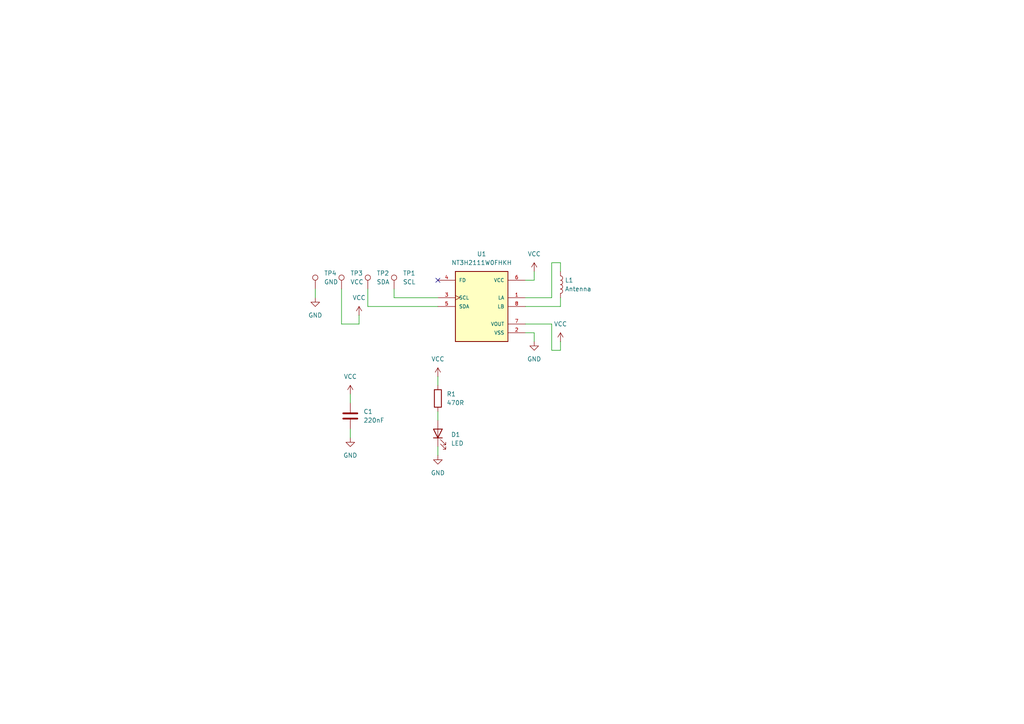
<source format=kicad_sch>
(kicad_sch
	(version 20231120)
	(generator "eeschema")
	(generator_version "8.0")
	(uuid "013da1cc-8fb4-48c7-a2d3-3b704cbddf12")
	(paper "A4")
	(title_block
		(title "BusinessCard")
		(date "October 2024")
		(rev "v1")
	)
	(lib_symbols
		(symbol "Connector:TestPoint"
			(pin_numbers hide)
			(pin_names
				(offset 0.762) hide)
			(exclude_from_sim no)
			(in_bom yes)
			(on_board yes)
			(property "Reference" "TP"
				(at 0 6.858 0)
				(effects
					(font
						(size 1.27 1.27)
					)
				)
			)
			(property "Value" "TestPoint"
				(at 0 5.08 0)
				(effects
					(font
						(size 1.27 1.27)
					)
				)
			)
			(property "Footprint" ""
				(at 5.08 0 0)
				(effects
					(font
						(size 1.27 1.27)
					)
					(hide yes)
				)
			)
			(property "Datasheet" "~"
				(at 5.08 0 0)
				(effects
					(font
						(size 1.27 1.27)
					)
					(hide yes)
				)
			)
			(property "Description" "test point"
				(at 0 0 0)
				(effects
					(font
						(size 1.27 1.27)
					)
					(hide yes)
				)
			)
			(property "ki_keywords" "test point tp"
				(at 0 0 0)
				(effects
					(font
						(size 1.27 1.27)
					)
					(hide yes)
				)
			)
			(property "ki_fp_filters" "Pin* Test*"
				(at 0 0 0)
				(effects
					(font
						(size 1.27 1.27)
					)
					(hide yes)
				)
			)
			(symbol "TestPoint_0_1"
				(circle
					(center 0 3.302)
					(radius 0.762)
					(stroke
						(width 0)
						(type default)
					)
					(fill
						(type none)
					)
				)
			)
			(symbol "TestPoint_1_1"
				(pin passive line
					(at 0 0 90)
					(length 2.54)
					(name "1"
						(effects
							(font
								(size 1.27 1.27)
							)
						)
					)
					(number "1"
						(effects
							(font
								(size 1.27 1.27)
							)
						)
					)
				)
			)
		)
		(symbol "Device:C"
			(pin_numbers hide)
			(pin_names
				(offset 0.254)
			)
			(exclude_from_sim no)
			(in_bom yes)
			(on_board yes)
			(property "Reference" "C"
				(at 0.635 2.54 0)
				(effects
					(font
						(size 1.27 1.27)
					)
					(justify left)
				)
			)
			(property "Value" "C"
				(at 0.635 -2.54 0)
				(effects
					(font
						(size 1.27 1.27)
					)
					(justify left)
				)
			)
			(property "Footprint" ""
				(at 0.9652 -3.81 0)
				(effects
					(font
						(size 1.27 1.27)
					)
					(hide yes)
				)
			)
			(property "Datasheet" "~"
				(at 0 0 0)
				(effects
					(font
						(size 1.27 1.27)
					)
					(hide yes)
				)
			)
			(property "Description" "Unpolarized capacitor"
				(at 0 0 0)
				(effects
					(font
						(size 1.27 1.27)
					)
					(hide yes)
				)
			)
			(property "ki_keywords" "cap capacitor"
				(at 0 0 0)
				(effects
					(font
						(size 1.27 1.27)
					)
					(hide yes)
				)
			)
			(property "ki_fp_filters" "C_*"
				(at 0 0 0)
				(effects
					(font
						(size 1.27 1.27)
					)
					(hide yes)
				)
			)
			(symbol "C_0_1"
				(polyline
					(pts
						(xy -2.032 -0.762) (xy 2.032 -0.762)
					)
					(stroke
						(width 0.508)
						(type default)
					)
					(fill
						(type none)
					)
				)
				(polyline
					(pts
						(xy -2.032 0.762) (xy 2.032 0.762)
					)
					(stroke
						(width 0.508)
						(type default)
					)
					(fill
						(type none)
					)
				)
			)
			(symbol "C_1_1"
				(pin passive line
					(at 0 3.81 270)
					(length 2.794)
					(name "~"
						(effects
							(font
								(size 1.27 1.27)
							)
						)
					)
					(number "1"
						(effects
							(font
								(size 1.27 1.27)
							)
						)
					)
				)
				(pin passive line
					(at 0 -3.81 90)
					(length 2.794)
					(name "~"
						(effects
							(font
								(size 1.27 1.27)
							)
						)
					)
					(number "2"
						(effects
							(font
								(size 1.27 1.27)
							)
						)
					)
				)
			)
		)
		(symbol "Device:L"
			(pin_numbers hide)
			(pin_names
				(offset 1.016) hide)
			(exclude_from_sim no)
			(in_bom yes)
			(on_board yes)
			(property "Reference" "L"
				(at -1.27 0 90)
				(effects
					(font
						(size 1.27 1.27)
					)
				)
			)
			(property "Value" "L"
				(at 1.905 0 90)
				(effects
					(font
						(size 1.27 1.27)
					)
				)
			)
			(property "Footprint" ""
				(at 0 0 0)
				(effects
					(font
						(size 1.27 1.27)
					)
					(hide yes)
				)
			)
			(property "Datasheet" "~"
				(at 0 0 0)
				(effects
					(font
						(size 1.27 1.27)
					)
					(hide yes)
				)
			)
			(property "Description" "Inductor"
				(at 0 0 0)
				(effects
					(font
						(size 1.27 1.27)
					)
					(hide yes)
				)
			)
			(property "ki_keywords" "inductor choke coil reactor magnetic"
				(at 0 0 0)
				(effects
					(font
						(size 1.27 1.27)
					)
					(hide yes)
				)
			)
			(property "ki_fp_filters" "Choke_* *Coil* Inductor_* L_*"
				(at 0 0 0)
				(effects
					(font
						(size 1.27 1.27)
					)
					(hide yes)
				)
			)
			(symbol "L_0_1"
				(arc
					(start 0 -2.54)
					(mid 0.6323 -1.905)
					(end 0 -1.27)
					(stroke
						(width 0)
						(type default)
					)
					(fill
						(type none)
					)
				)
				(arc
					(start 0 -1.27)
					(mid 0.6323 -0.635)
					(end 0 0)
					(stroke
						(width 0)
						(type default)
					)
					(fill
						(type none)
					)
				)
				(arc
					(start 0 0)
					(mid 0.6323 0.635)
					(end 0 1.27)
					(stroke
						(width 0)
						(type default)
					)
					(fill
						(type none)
					)
				)
				(arc
					(start 0 1.27)
					(mid 0.6323 1.905)
					(end 0 2.54)
					(stroke
						(width 0)
						(type default)
					)
					(fill
						(type none)
					)
				)
			)
			(symbol "L_1_1"
				(pin passive line
					(at 0 3.81 270)
					(length 1.27)
					(name "1"
						(effects
							(font
								(size 1.27 1.27)
							)
						)
					)
					(number "1"
						(effects
							(font
								(size 1.27 1.27)
							)
						)
					)
				)
				(pin passive line
					(at 0 -3.81 90)
					(length 1.27)
					(name "2"
						(effects
							(font
								(size 1.27 1.27)
							)
						)
					)
					(number "2"
						(effects
							(font
								(size 1.27 1.27)
							)
						)
					)
				)
			)
		)
		(symbol "Device:LED"
			(pin_numbers hide)
			(pin_names
				(offset 1.016) hide)
			(exclude_from_sim no)
			(in_bom yes)
			(on_board yes)
			(property "Reference" "D"
				(at 0 2.54 0)
				(effects
					(font
						(size 1.27 1.27)
					)
				)
			)
			(property "Value" "LED"
				(at 0 -2.54 0)
				(effects
					(font
						(size 1.27 1.27)
					)
				)
			)
			(property "Footprint" ""
				(at 0 0 0)
				(effects
					(font
						(size 1.27 1.27)
					)
					(hide yes)
				)
			)
			(property "Datasheet" "~"
				(at 0 0 0)
				(effects
					(font
						(size 1.27 1.27)
					)
					(hide yes)
				)
			)
			(property "Description" "Light emitting diode"
				(at 0 0 0)
				(effects
					(font
						(size 1.27 1.27)
					)
					(hide yes)
				)
			)
			(property "ki_keywords" "LED diode"
				(at 0 0 0)
				(effects
					(font
						(size 1.27 1.27)
					)
					(hide yes)
				)
			)
			(property "ki_fp_filters" "LED* LED_SMD:* LED_THT:*"
				(at 0 0 0)
				(effects
					(font
						(size 1.27 1.27)
					)
					(hide yes)
				)
			)
			(symbol "LED_0_1"
				(polyline
					(pts
						(xy -1.27 -1.27) (xy -1.27 1.27)
					)
					(stroke
						(width 0.254)
						(type default)
					)
					(fill
						(type none)
					)
				)
				(polyline
					(pts
						(xy -1.27 0) (xy 1.27 0)
					)
					(stroke
						(width 0)
						(type default)
					)
					(fill
						(type none)
					)
				)
				(polyline
					(pts
						(xy 1.27 -1.27) (xy 1.27 1.27) (xy -1.27 0) (xy 1.27 -1.27)
					)
					(stroke
						(width 0.254)
						(type default)
					)
					(fill
						(type none)
					)
				)
				(polyline
					(pts
						(xy -3.048 -0.762) (xy -4.572 -2.286) (xy -3.81 -2.286) (xy -4.572 -2.286) (xy -4.572 -1.524)
					)
					(stroke
						(width 0)
						(type default)
					)
					(fill
						(type none)
					)
				)
				(polyline
					(pts
						(xy -1.778 -0.762) (xy -3.302 -2.286) (xy -2.54 -2.286) (xy -3.302 -2.286) (xy -3.302 -1.524)
					)
					(stroke
						(width 0)
						(type default)
					)
					(fill
						(type none)
					)
				)
			)
			(symbol "LED_1_1"
				(pin passive line
					(at -3.81 0 0)
					(length 2.54)
					(name "K"
						(effects
							(font
								(size 1.27 1.27)
							)
						)
					)
					(number "1"
						(effects
							(font
								(size 1.27 1.27)
							)
						)
					)
				)
				(pin passive line
					(at 3.81 0 180)
					(length 2.54)
					(name "A"
						(effects
							(font
								(size 1.27 1.27)
							)
						)
					)
					(number "2"
						(effects
							(font
								(size 1.27 1.27)
							)
						)
					)
				)
			)
		)
		(symbol "Device:R"
			(pin_numbers hide)
			(pin_names
				(offset 0)
			)
			(exclude_from_sim no)
			(in_bom yes)
			(on_board yes)
			(property "Reference" "R"
				(at 2.032 0 90)
				(effects
					(font
						(size 1.27 1.27)
					)
				)
			)
			(property "Value" "R"
				(at 0 0 90)
				(effects
					(font
						(size 1.27 1.27)
					)
				)
			)
			(property "Footprint" ""
				(at -1.778 0 90)
				(effects
					(font
						(size 1.27 1.27)
					)
					(hide yes)
				)
			)
			(property "Datasheet" "~"
				(at 0 0 0)
				(effects
					(font
						(size 1.27 1.27)
					)
					(hide yes)
				)
			)
			(property "Description" "Resistor"
				(at 0 0 0)
				(effects
					(font
						(size 1.27 1.27)
					)
					(hide yes)
				)
			)
			(property "ki_keywords" "R res resistor"
				(at 0 0 0)
				(effects
					(font
						(size 1.27 1.27)
					)
					(hide yes)
				)
			)
			(property "ki_fp_filters" "R_*"
				(at 0 0 0)
				(effects
					(font
						(size 1.27 1.27)
					)
					(hide yes)
				)
			)
			(symbol "R_0_1"
				(rectangle
					(start -1.016 -2.54)
					(end 1.016 2.54)
					(stroke
						(width 0.254)
						(type default)
					)
					(fill
						(type none)
					)
				)
			)
			(symbol "R_1_1"
				(pin passive line
					(at 0 3.81 270)
					(length 1.27)
					(name "~"
						(effects
							(font
								(size 1.27 1.27)
							)
						)
					)
					(number "1"
						(effects
							(font
								(size 1.27 1.27)
							)
						)
					)
				)
				(pin passive line
					(at 0 -3.81 90)
					(length 1.27)
					(name "~"
						(effects
							(font
								(size 1.27 1.27)
							)
						)
					)
					(number "2"
						(effects
							(font
								(size 1.27 1.27)
							)
						)
					)
				)
			)
		)
		(symbol "NT3H2111W0FHKH:NT3H2111W0FHKH"
			(pin_names
				(offset 1.016)
			)
			(exclude_from_sim no)
			(in_bom yes)
			(on_board yes)
			(property "Reference" "U"
				(at -7.6233 10.6725 0)
				(effects
					(font
						(size 1.27 1.27)
					)
					(justify left bottom)
				)
			)
			(property "Value" "NT3H2111W0FHKH"
				(at -7.6248 -12.708 0)
				(effects
					(font
						(size 1.27 1.27)
					)
					(justify left bottom)
				)
			)
			(property "Footprint" "NT3H2111W0FHKH:QFN8P50_160X160X50L40X20N"
				(at 0 0 0)
				(effects
					(font
						(size 1.27 1.27)
					)
					(justify bottom)
					(hide yes)
				)
			)
			(property "Datasheet" ""
				(at 0 0 0)
				(effects
					(font
						(size 1.27 1.27)
					)
					(hide yes)
				)
			)
			(property "Description" ""
				(at 0 0 0)
				(effects
					(font
						(size 1.27 1.27)
					)
					(hide yes)
				)
			)
			(property "MF" "NXP USA"
				(at 0 0 0)
				(effects
					(font
						(size 1.27 1.27)
					)
					(justify bottom)
					(hide yes)
				)
			)
			(property "Description_1" "\nRFID Reader/Transponder IC 13.56MHz ISO 14443, NFC I²C 1.67V ~ 3.6V 8-XFQFN Exposed Pad\n"
				(at 0 0 0)
				(effects
					(font
						(size 1.27 1.27)
					)
					(justify bottom)
					(hide yes)
				)
			)
			(property "Package" "XQFN-8 NXP Semiconductors"
				(at 0 0 0)
				(effects
					(font
						(size 1.27 1.27)
					)
					(justify bottom)
					(hide yes)
				)
			)
			(property "Price" "None"
				(at 0 0 0)
				(effects
					(font
						(size 1.27 1.27)
					)
					(justify bottom)
					(hide yes)
				)
			)
			(property "Check_prices" "https://www.snapeda.com/parts/NT3H2111W0FHKH/NXP+USA+Inc./view-part/?ref=eda"
				(at 0 0 0)
				(effects
					(font
						(size 1.27 1.27)
					)
					(justify bottom)
					(hide yes)
				)
			)
			(property "SnapEDA_Link" "https://www.snapeda.com/parts/NT3H2111W0FHKH/NXP+USA+Inc./view-part/?ref=snap"
				(at 0 0 0)
				(effects
					(font
						(size 1.27 1.27)
					)
					(justify bottom)
					(hide yes)
				)
			)
			(property "MP" "NT3H2111W0FHKH"
				(at 0 0 0)
				(effects
					(font
						(size 1.27 1.27)
					)
					(justify bottom)
					(hide yes)
				)
			)
			(property "Purchase-URL" "https://www.snapeda.com/api/url_track_click_mouser/?unipart_id=523723&manufacturer=NXP USA&part_name=NT3H2111W0FHKH&search_term=None"
				(at 0 0 0)
				(effects
					(font
						(size 1.27 1.27)
					)
					(justify bottom)
					(hide yes)
				)
			)
			(property "Availability" "In Stock"
				(at 0 0 0)
				(effects
					(font
						(size 1.27 1.27)
					)
					(justify bottom)
					(hide yes)
				)
			)
			(property "MANUFACTURER" "NXP Semiconductors"
				(at 0 0 0)
				(effects
					(font
						(size 1.27 1.27)
					)
					(justify bottom)
					(hide yes)
				)
			)
			(symbol "NT3H2111W0FHKH_0_0"
				(rectangle
					(start -7.62 -10.16)
					(end 7.62 10.16)
					(stroke
						(width 0.254)
						(type default)
					)
					(fill
						(type background)
					)
				)
				(pin bidirectional line
					(at 12.7 2.54 180)
					(length 5.08)
					(name "LA"
						(effects
							(font
								(size 1.016 1.016)
							)
						)
					)
					(number "1"
						(effects
							(font
								(size 1.016 1.016)
							)
						)
					)
				)
				(pin power_in line
					(at 12.7 -7.62 180)
					(length 5.08)
					(name "VSS"
						(effects
							(font
								(size 1.016 1.016)
							)
						)
					)
					(number "2"
						(effects
							(font
								(size 1.016 1.016)
							)
						)
					)
				)
				(pin input clock
					(at -12.7 2.54 0)
					(length 5.08)
					(name "SCL"
						(effects
							(font
								(size 1.016 1.016)
							)
						)
					)
					(number "3"
						(effects
							(font
								(size 1.016 1.016)
							)
						)
					)
				)
				(pin input line
					(at -12.7 7.62 0)
					(length 5.08)
					(name "FD"
						(effects
							(font
								(size 1.016 1.016)
							)
						)
					)
					(number "4"
						(effects
							(font
								(size 1.016 1.016)
							)
						)
					)
				)
				(pin bidirectional line
					(at -12.7 0 0)
					(length 5.08)
					(name "SDA"
						(effects
							(font
								(size 1.016 1.016)
							)
						)
					)
					(number "5"
						(effects
							(font
								(size 1.016 1.016)
							)
						)
					)
				)
				(pin power_in line
					(at 12.7 7.62 180)
					(length 5.08)
					(name "VCC"
						(effects
							(font
								(size 1.016 1.016)
							)
						)
					)
					(number "6"
						(effects
							(font
								(size 1.016 1.016)
							)
						)
					)
				)
				(pin output line
					(at 12.7 -5.08 180)
					(length 5.08)
					(name "VOUT"
						(effects
							(font
								(size 1.016 1.016)
							)
						)
					)
					(number "7"
						(effects
							(font
								(size 1.016 1.016)
							)
						)
					)
				)
				(pin bidirectional line
					(at 12.7 0 180)
					(length 5.08)
					(name "LB"
						(effects
							(font
								(size 1.016 1.016)
							)
						)
					)
					(number "8"
						(effects
							(font
								(size 1.016 1.016)
							)
						)
					)
				)
			)
		)
		(symbol "power:GND"
			(power)
			(pin_numbers hide)
			(pin_names
				(offset 0) hide)
			(exclude_from_sim no)
			(in_bom yes)
			(on_board yes)
			(property "Reference" "#PWR"
				(at 0 -6.35 0)
				(effects
					(font
						(size 1.27 1.27)
					)
					(hide yes)
				)
			)
			(property "Value" "GND"
				(at 0 -3.81 0)
				(effects
					(font
						(size 1.27 1.27)
					)
				)
			)
			(property "Footprint" ""
				(at 0 0 0)
				(effects
					(font
						(size 1.27 1.27)
					)
					(hide yes)
				)
			)
			(property "Datasheet" ""
				(at 0 0 0)
				(effects
					(font
						(size 1.27 1.27)
					)
					(hide yes)
				)
			)
			(property "Description" "Power symbol creates a global label with name \"GND\" , ground"
				(at 0 0 0)
				(effects
					(font
						(size 1.27 1.27)
					)
					(hide yes)
				)
			)
			(property "ki_keywords" "global power"
				(at 0 0 0)
				(effects
					(font
						(size 1.27 1.27)
					)
					(hide yes)
				)
			)
			(symbol "GND_0_1"
				(polyline
					(pts
						(xy 0 0) (xy 0 -1.27) (xy 1.27 -1.27) (xy 0 -2.54) (xy -1.27 -1.27) (xy 0 -1.27)
					)
					(stroke
						(width 0)
						(type default)
					)
					(fill
						(type none)
					)
				)
			)
			(symbol "GND_1_1"
				(pin power_in line
					(at 0 0 270)
					(length 0)
					(name "~"
						(effects
							(font
								(size 1.27 1.27)
							)
						)
					)
					(number "1"
						(effects
							(font
								(size 1.27 1.27)
							)
						)
					)
				)
			)
		)
		(symbol "power:VCC"
			(power)
			(pin_numbers hide)
			(pin_names
				(offset 0) hide)
			(exclude_from_sim no)
			(in_bom yes)
			(on_board yes)
			(property "Reference" "#PWR"
				(at 0 -3.81 0)
				(effects
					(font
						(size 1.27 1.27)
					)
					(hide yes)
				)
			)
			(property "Value" "VCC"
				(at 0 3.556 0)
				(effects
					(font
						(size 1.27 1.27)
					)
				)
			)
			(property "Footprint" ""
				(at 0 0 0)
				(effects
					(font
						(size 1.27 1.27)
					)
					(hide yes)
				)
			)
			(property "Datasheet" ""
				(at 0 0 0)
				(effects
					(font
						(size 1.27 1.27)
					)
					(hide yes)
				)
			)
			(property "Description" "Power symbol creates a global label with name \"VCC\""
				(at 0 0 0)
				(effects
					(font
						(size 1.27 1.27)
					)
					(hide yes)
				)
			)
			(property "ki_keywords" "global power"
				(at 0 0 0)
				(effects
					(font
						(size 1.27 1.27)
					)
					(hide yes)
				)
			)
			(symbol "VCC_0_1"
				(polyline
					(pts
						(xy -0.762 1.27) (xy 0 2.54)
					)
					(stroke
						(width 0)
						(type default)
					)
					(fill
						(type none)
					)
				)
				(polyline
					(pts
						(xy 0 0) (xy 0 2.54)
					)
					(stroke
						(width 0)
						(type default)
					)
					(fill
						(type none)
					)
				)
				(polyline
					(pts
						(xy 0 2.54) (xy 0.762 1.27)
					)
					(stroke
						(width 0)
						(type default)
					)
					(fill
						(type none)
					)
				)
			)
			(symbol "VCC_1_1"
				(pin power_in line
					(at 0 0 90)
					(length 0)
					(name "~"
						(effects
							(font
								(size 1.27 1.27)
							)
						)
					)
					(number "1"
						(effects
							(font
								(size 1.27 1.27)
							)
						)
					)
				)
			)
		)
	)
	(no_connect
		(at 127 81.28)
		(uuid "f6ae60ab-99d9-4c66-817b-b1b111b2520b")
	)
	(wire
		(pts
			(xy 127 88.9) (xy 106.68 88.9)
		)
		(stroke
			(width 0)
			(type default)
		)
		(uuid "0a79525f-e862-4a3c-b480-30065ce626cf")
	)
	(wire
		(pts
			(xy 160.02 101.6) (xy 162.56 101.6)
		)
		(stroke
			(width 0)
			(type default)
		)
		(uuid "0cd4ed65-7519-4321-a33c-a76587dda4af")
	)
	(wire
		(pts
			(xy 104.14 93.98) (xy 104.14 91.44)
		)
		(stroke
			(width 0)
			(type default)
		)
		(uuid "0e5b9785-e46a-4878-8c5b-ca5af6eb7f56")
	)
	(wire
		(pts
			(xy 154.94 81.28) (xy 154.94 78.74)
		)
		(stroke
			(width 0)
			(type default)
		)
		(uuid "189e2fb4-f506-4af6-beda-d57139f14fba")
	)
	(wire
		(pts
			(xy 152.4 93.98) (xy 160.02 93.98)
		)
		(stroke
			(width 0)
			(type default)
		)
		(uuid "1c97736d-10a0-462c-8b27-7578033faed1")
	)
	(wire
		(pts
			(xy 99.06 93.98) (xy 104.14 93.98)
		)
		(stroke
			(width 0)
			(type default)
		)
		(uuid "20296cf0-ab89-4a15-add8-9d7f50c57b02")
	)
	(wire
		(pts
			(xy 152.4 81.28) (xy 154.94 81.28)
		)
		(stroke
			(width 0)
			(type default)
		)
		(uuid "205f6b75-9991-4c07-9149-99b302b967dd")
	)
	(wire
		(pts
			(xy 160.02 86.36) (xy 160.02 76.2)
		)
		(stroke
			(width 0)
			(type default)
		)
		(uuid "20698a5d-9b4b-4ebd-907b-1099c52966bf")
	)
	(wire
		(pts
			(xy 101.6 124.46) (xy 101.6 127)
		)
		(stroke
			(width 0)
			(type default)
		)
		(uuid "25fa4bcb-b7b1-4eb9-9e2e-2383d9180c0f")
	)
	(wire
		(pts
			(xy 91.44 83.82) (xy 91.44 86.36)
		)
		(stroke
			(width 0)
			(type default)
		)
		(uuid "55293939-1cd7-4d52-a439-c19f6a06a13f")
	)
	(wire
		(pts
			(xy 127 119.38) (xy 127 121.92)
		)
		(stroke
			(width 0)
			(type default)
		)
		(uuid "59822236-1f5a-4c97-ac00-0ffbf01b87ee")
	)
	(wire
		(pts
			(xy 162.56 76.2) (xy 162.56 78.74)
		)
		(stroke
			(width 0)
			(type default)
		)
		(uuid "5aac68ec-3ca4-4ae5-a451-a2e88a94c848")
	)
	(wire
		(pts
			(xy 127 129.54) (xy 127 132.08)
		)
		(stroke
			(width 0)
			(type default)
		)
		(uuid "619dd9a5-9bb0-4cca-97de-905699f6a755")
	)
	(wire
		(pts
			(xy 154.94 96.52) (xy 154.94 99.06)
		)
		(stroke
			(width 0)
			(type default)
		)
		(uuid "6e7c9ea8-5fa8-48c5-9218-7435ddd6222c")
	)
	(wire
		(pts
			(xy 127 109.22) (xy 127 111.76)
		)
		(stroke
			(width 0)
			(type default)
		)
		(uuid "7e1097ac-95e3-4ab2-9ba6-1342edcb641c")
	)
	(wire
		(pts
			(xy 114.3 86.36) (xy 114.3 83.82)
		)
		(stroke
			(width 0)
			(type default)
		)
		(uuid "7ea0d557-9d15-4a19-9229-bc4ff98b9c3c")
	)
	(wire
		(pts
			(xy 162.56 101.6) (xy 162.56 99.06)
		)
		(stroke
			(width 0)
			(type default)
		)
		(uuid "8a5d58fb-a417-4edd-843d-d8afe8a5511f")
	)
	(wire
		(pts
			(xy 99.06 83.82) (xy 99.06 93.98)
		)
		(stroke
			(width 0)
			(type default)
		)
		(uuid "913a83ba-fe2c-4e84-b9f0-683fadd6b4cc")
	)
	(wire
		(pts
			(xy 162.56 88.9) (xy 162.56 86.36)
		)
		(stroke
			(width 0)
			(type default)
		)
		(uuid "b915718a-9628-49a9-b48c-532748c4a0b8")
	)
	(wire
		(pts
			(xy 152.4 88.9) (xy 162.56 88.9)
		)
		(stroke
			(width 0)
			(type default)
		)
		(uuid "c3bca5f5-d66c-463c-a89a-cde556e03767")
	)
	(wire
		(pts
			(xy 101.6 114.3) (xy 101.6 116.84)
		)
		(stroke
			(width 0)
			(type default)
		)
		(uuid "c9e0523e-7b30-4fbd-8846-2a5d59a08ed4")
	)
	(wire
		(pts
			(xy 160.02 93.98) (xy 160.02 101.6)
		)
		(stroke
			(width 0)
			(type default)
		)
		(uuid "ca9acc9b-8988-4129-b339-b6965c7e868c")
	)
	(wire
		(pts
			(xy 106.68 88.9) (xy 106.68 83.82)
		)
		(stroke
			(width 0)
			(type default)
		)
		(uuid "d9bd4dfa-dfee-4fa7-87c6-3c95be464a43")
	)
	(wire
		(pts
			(xy 152.4 96.52) (xy 154.94 96.52)
		)
		(stroke
			(width 0)
			(type default)
		)
		(uuid "e4ebaf27-ad3e-441f-b6e7-73856ecd8506")
	)
	(wire
		(pts
			(xy 152.4 86.36) (xy 160.02 86.36)
		)
		(stroke
			(width 0)
			(type default)
		)
		(uuid "f00ccffb-bdd4-4e6d-9828-3565fe421fa8")
	)
	(wire
		(pts
			(xy 160.02 76.2) (xy 162.56 76.2)
		)
		(stroke
			(width 0)
			(type default)
		)
		(uuid "f47d37d7-8498-4083-b544-0a986d8bbf33")
	)
	(wire
		(pts
			(xy 127 86.36) (xy 114.3 86.36)
		)
		(stroke
			(width 0)
			(type default)
		)
		(uuid "fa71056b-efa5-4804-bb1b-63b14540749f")
	)
	(symbol
		(lib_id "power:GND")
		(at 127 132.08 0)
		(unit 1)
		(exclude_from_sim no)
		(in_bom yes)
		(on_board yes)
		(dnp no)
		(fields_autoplaced yes)
		(uuid "026a3987-07bf-4b8c-99f1-50b4f2702530")
		(property "Reference" "#PWR04"
			(at 127 138.43 0)
			(effects
				(font
					(size 1.27 1.27)
				)
				(hide yes)
			)
		)
		(property "Value" "GND"
			(at 127 137.16 0)
			(effects
				(font
					(size 1.27 1.27)
				)
			)
		)
		(property "Footprint" ""
			(at 127 132.08 0)
			(effects
				(font
					(size 1.27 1.27)
				)
				(hide yes)
			)
		)
		(property "Datasheet" ""
			(at 127 132.08 0)
			(effects
				(font
					(size 1.27 1.27)
				)
				(hide yes)
			)
		)
		(property "Description" "Power symbol creates a global label with name \"GND\" , ground"
			(at 127 132.08 0)
			(effects
				(font
					(size 1.27 1.27)
				)
				(hide yes)
			)
		)
		(pin "1"
			(uuid "770dc524-e328-466a-bb6e-52d76bedd321")
		)
		(instances
			(project ""
				(path "/013da1cc-8fb4-48c7-a2d3-3b704cbddf12"
					(reference "#PWR04")
					(unit 1)
				)
			)
		)
	)
	(symbol
		(lib_id "power:GND")
		(at 101.6 127 0)
		(unit 1)
		(exclude_from_sim no)
		(in_bom yes)
		(on_board yes)
		(dnp no)
		(fields_autoplaced yes)
		(uuid "0434f9a0-ada9-469c-80f2-799218c12495")
		(property "Reference" "#PWR03"
			(at 101.6 133.35 0)
			(effects
				(font
					(size 1.27 1.27)
				)
				(hide yes)
			)
		)
		(property "Value" "GND"
			(at 101.6 132.08 0)
			(effects
				(font
					(size 1.27 1.27)
				)
			)
		)
		(property "Footprint" ""
			(at 101.6 127 0)
			(effects
				(font
					(size 1.27 1.27)
				)
				(hide yes)
			)
		)
		(property "Datasheet" ""
			(at 101.6 127 0)
			(effects
				(font
					(size 1.27 1.27)
				)
				(hide yes)
			)
		)
		(property "Description" "Power symbol creates a global label with name \"GND\" , ground"
			(at 101.6 127 0)
			(effects
				(font
					(size 1.27 1.27)
				)
				(hide yes)
			)
		)
		(pin "1"
			(uuid "37da2870-ecf3-4be7-b3bb-0734c6548e2d")
		)
		(instances
			(project ""
				(path "/013da1cc-8fb4-48c7-a2d3-3b704cbddf12"
					(reference "#PWR03")
					(unit 1)
				)
			)
		)
	)
	(symbol
		(lib_id "Connector:TestPoint")
		(at 106.68 83.82 0)
		(unit 1)
		(exclude_from_sim no)
		(in_bom yes)
		(on_board yes)
		(dnp no)
		(fields_autoplaced yes)
		(uuid "13cdfb6b-99e4-4078-a87d-fc95a8ce78fc")
		(property "Reference" "TP2"
			(at 109.22 79.2479 0)
			(effects
				(font
					(size 1.27 1.27)
				)
				(justify left)
			)
		)
		(property "Value" "SDA"
			(at 109.22 81.7879 0)
			(effects
				(font
					(size 1.27 1.27)
				)
				(justify left)
			)
		)
		(property "Footprint" "TestPoint:TestPoint_Pad_D1.5mm"
			(at 111.76 83.82 0)
			(effects
				(font
					(size 1.27 1.27)
				)
				(hide yes)
			)
		)
		(property "Datasheet" "~"
			(at 111.76 83.82 0)
			(effects
				(font
					(size 1.27 1.27)
				)
				(hide yes)
			)
		)
		(property "Description" "test point"
			(at 106.68 83.82 0)
			(effects
				(font
					(size 1.27 1.27)
				)
				(hide yes)
			)
		)
		(property "LCSC" ""
			(at 106.68 83.82 0)
			(effects
				(font
					(size 1.27 1.27)
				)
				(hide yes)
			)
		)
		(pin "1"
			(uuid "cd987eed-fbeb-4f77-a31f-4bc272dc6bbc")
		)
		(instances
			(project ""
				(path "/013da1cc-8fb4-48c7-a2d3-3b704cbddf12"
					(reference "TP2")
					(unit 1)
				)
			)
		)
	)
	(symbol
		(lib_id "Device:C")
		(at 101.6 120.65 0)
		(unit 1)
		(exclude_from_sim no)
		(in_bom yes)
		(on_board yes)
		(dnp no)
		(fields_autoplaced yes)
		(uuid "2f13c188-cbef-41a6-b4dc-2819b6a2ca5e")
		(property "Reference" "C1"
			(at 105.41 119.3799 0)
			(effects
				(font
					(size 1.27 1.27)
				)
				(justify left)
			)
		)
		(property "Value" "220nF"
			(at 105.41 121.9199 0)
			(effects
				(font
					(size 1.27 1.27)
				)
				(justify left)
			)
		)
		(property "Footprint" "Capacitor_SMD:C_0603_1608Metric"
			(at 102.5652 124.46 0)
			(effects
				(font
					(size 1.27 1.27)
				)
				(hide yes)
			)
		)
		(property "Datasheet" "~"
			(at 101.6 120.65 0)
			(effects
				(font
					(size 1.27 1.27)
				)
				(hide yes)
			)
		)
		(property "Description" "Unpolarized capacitor"
			(at 101.6 120.65 0)
			(effects
				(font
					(size 1.27 1.27)
				)
				(hide yes)
			)
		)
		(property "LCSC" "C64705"
			(at 101.6 120.65 0)
			(effects
				(font
					(size 1.27 1.27)
				)
				(hide yes)
			)
		)
		(pin "2"
			(uuid "ee359ece-f0a0-4722-ba8d-fda43bb88da1")
		)
		(pin "1"
			(uuid "e4d170d1-0ec2-49f9-b800-1fda33378b43")
		)
		(instances
			(project ""
				(path "/013da1cc-8fb4-48c7-a2d3-3b704cbddf12"
					(reference "C1")
					(unit 1)
				)
			)
		)
	)
	(symbol
		(lib_id "power:VCC")
		(at 104.14 91.44 0)
		(unit 1)
		(exclude_from_sim no)
		(in_bom yes)
		(on_board yes)
		(dnp no)
		(fields_autoplaced yes)
		(uuid "35b4d5fb-722a-4015-845a-bc44a8e75a4e")
		(property "Reference" "#PWR07"
			(at 104.14 95.25 0)
			(effects
				(font
					(size 1.27 1.27)
				)
				(hide yes)
			)
		)
		(property "Value" "VCC"
			(at 104.14 86.36 0)
			(effects
				(font
					(size 1.27 1.27)
				)
			)
		)
		(property "Footprint" ""
			(at 104.14 91.44 0)
			(effects
				(font
					(size 1.27 1.27)
				)
				(hide yes)
			)
		)
		(property "Datasheet" ""
			(at 104.14 91.44 0)
			(effects
				(font
					(size 1.27 1.27)
				)
				(hide yes)
			)
		)
		(property "Description" "Power symbol creates a global label with name \"VCC\""
			(at 104.14 91.44 0)
			(effects
				(font
					(size 1.27 1.27)
				)
				(hide yes)
			)
		)
		(pin "1"
			(uuid "e1b9adfb-488a-40c6-ac04-81888658bce4")
		)
		(instances
			(project ""
				(path "/013da1cc-8fb4-48c7-a2d3-3b704cbddf12"
					(reference "#PWR07")
					(unit 1)
				)
			)
		)
	)
	(symbol
		(lib_id "power:VCC")
		(at 162.56 99.06 0)
		(unit 1)
		(exclude_from_sim no)
		(in_bom yes)
		(on_board yes)
		(dnp no)
		(fields_autoplaced yes)
		(uuid "5d6101a4-2a6a-4fc6-824b-d9f7f6891d52")
		(property "Reference" "#PWR09"
			(at 162.56 102.87 0)
			(effects
				(font
					(size 1.27 1.27)
				)
				(hide yes)
			)
		)
		(property "Value" "VCC"
			(at 162.56 93.98 0)
			(effects
				(font
					(size 1.27 1.27)
				)
			)
		)
		(property "Footprint" ""
			(at 162.56 99.06 0)
			(effects
				(font
					(size 1.27 1.27)
				)
				(hide yes)
			)
		)
		(property "Datasheet" ""
			(at 162.56 99.06 0)
			(effects
				(font
					(size 1.27 1.27)
				)
				(hide yes)
			)
		)
		(property "Description" "Power symbol creates a global label with name \"VCC\""
			(at 162.56 99.06 0)
			(effects
				(font
					(size 1.27 1.27)
				)
				(hide yes)
			)
		)
		(pin "1"
			(uuid "8391b308-7882-4117-89a2-c72f0184bdd9")
		)
		(instances
			(project ""
				(path "/013da1cc-8fb4-48c7-a2d3-3b704cbddf12"
					(reference "#PWR09")
					(unit 1)
				)
			)
		)
	)
	(symbol
		(lib_id "power:VCC")
		(at 127 109.22 0)
		(unit 1)
		(exclude_from_sim no)
		(in_bom yes)
		(on_board yes)
		(dnp no)
		(fields_autoplaced yes)
		(uuid "6148dd3e-514b-448b-b879-dbb2e4575f76")
		(property "Reference" "#PWR06"
			(at 127 113.03 0)
			(effects
				(font
					(size 1.27 1.27)
				)
				(hide yes)
			)
		)
		(property "Value" "VCC"
			(at 127 104.14 0)
			(effects
				(font
					(size 1.27 1.27)
				)
			)
		)
		(property "Footprint" ""
			(at 127 109.22 0)
			(effects
				(font
					(size 1.27 1.27)
				)
				(hide yes)
			)
		)
		(property "Datasheet" ""
			(at 127 109.22 0)
			(effects
				(font
					(size 1.27 1.27)
				)
				(hide yes)
			)
		)
		(property "Description" "Power symbol creates a global label with name \"VCC\""
			(at 127 109.22 0)
			(effects
				(font
					(size 1.27 1.27)
				)
				(hide yes)
			)
		)
		(pin "1"
			(uuid "6ba522a8-72ee-49ac-a59f-e7d88d1f58d9")
		)
		(instances
			(project ""
				(path "/013da1cc-8fb4-48c7-a2d3-3b704cbddf12"
					(reference "#PWR06")
					(unit 1)
				)
			)
		)
	)
	(symbol
		(lib_id "Device:L")
		(at 162.56 82.55 0)
		(unit 1)
		(exclude_from_sim no)
		(in_bom yes)
		(on_board yes)
		(dnp no)
		(fields_autoplaced yes)
		(uuid "649f70eb-029b-4e28-acbe-fae64cefb2ce")
		(property "Reference" "L1"
			(at 163.83 81.2799 0)
			(effects
				(font
					(size 1.27 1.27)
				)
				(justify left)
			)
		)
		(property "Value" "Antenna"
			(at 163.83 83.8199 0)
			(effects
				(font
					(size 1.27 1.27)
				)
				(justify left)
			)
		)
		(property "Footprint" "external:NFC_Antenna"
			(at 162.56 82.55 0)
			(effects
				(font
					(size 1.27 1.27)
				)
				(hide yes)
			)
		)
		(property "Datasheet" "~"
			(at 162.56 82.55 0)
			(effects
				(font
					(size 1.27 1.27)
				)
				(hide yes)
			)
		)
		(property "Description" "Inductor"
			(at 162.56 82.55 0)
			(effects
				(font
					(size 1.27 1.27)
				)
				(hide yes)
			)
		)
		(property "LCSC" ""
			(at 162.56 82.55 0)
			(effects
				(font
					(size 1.27 1.27)
				)
				(hide yes)
			)
		)
		(pin "1"
			(uuid "98ff874a-13e5-433d-ab31-a6600406ec44")
		)
		(pin "2"
			(uuid "0cab67ec-866f-4515-83ee-fae70bcd7b1e")
		)
		(instances
			(project ""
				(path "/013da1cc-8fb4-48c7-a2d3-3b704cbddf12"
					(reference "L1")
					(unit 1)
				)
			)
		)
	)
	(symbol
		(lib_id "NT3H2111W0FHKH:NT3H2111W0FHKH")
		(at 139.7 88.9 0)
		(unit 1)
		(exclude_from_sim no)
		(in_bom yes)
		(on_board yes)
		(dnp no)
		(fields_autoplaced yes)
		(uuid "69795e6d-1423-4076-8ad1-1708b698a6e6")
		(property "Reference" "U1"
			(at 139.7 73.66 0)
			(effects
				(font
					(size 1.27 1.27)
				)
			)
		)
		(property "Value" "NT3H2111W0FHKH"
			(at 139.7 76.2 0)
			(effects
				(font
					(size 1.27 1.27)
				)
			)
		)
		(property "Footprint" "external:QFN8P50_160X160X50L40X20N"
			(at 139.7 88.9 0)
			(effects
				(font
					(size 1.27 1.27)
				)
				(justify bottom)
				(hide yes)
			)
		)
		(property "Datasheet" ""
			(at 139.7 88.9 0)
			(effects
				(font
					(size 1.27 1.27)
				)
				(hide yes)
			)
		)
		(property "Description" ""
			(at 139.7 88.9 0)
			(effects
				(font
					(size 1.27 1.27)
				)
				(hide yes)
			)
		)
		(property "MF" "NXP USA"
			(at 139.7 88.9 0)
			(effects
				(font
					(size 1.27 1.27)
				)
				(justify bottom)
				(hide yes)
			)
		)
		(property "Description_1" "\nRFID Reader/Transponder IC 13.56MHz ISO 14443, NFC I²C 1.67V ~ 3.6V 8-XFQFN Exposed Pad\n"
			(at 139.7 88.9 0)
			(effects
				(font
					(size 1.27 1.27)
				)
				(justify bottom)
				(hide yes)
			)
		)
		(property "Package" "XQFN-8 NXP Semiconductors"
			(at 139.7 88.9 0)
			(effects
				(font
					(size 1.27 1.27)
				)
				(justify bottom)
				(hide yes)
			)
		)
		(property "Price" "None"
			(at 139.7 88.9 0)
			(effects
				(font
					(size 1.27 1.27)
				)
				(justify bottom)
				(hide yes)
			)
		)
		(property "Check_prices" "https://www.snapeda.com/parts/NT3H2111W0FHKH/NXP+USA+Inc./view-part/?ref=eda"
			(at 139.7 88.9 0)
			(effects
				(font
					(size 1.27 1.27)
				)
				(justify bottom)
				(hide yes)
			)
		)
		(property "SnapEDA_Link" "https://www.snapeda.com/parts/NT3H2111W0FHKH/NXP+USA+Inc./view-part/?ref=snap"
			(at 139.7 88.9 0)
			(effects
				(font
					(size 1.27 1.27)
				)
				(justify bottom)
				(hide yes)
			)
		)
		(property "MP" "NT3H2111W0FHKH"
			(at 139.7 88.9 0)
			(effects
				(font
					(size 1.27 1.27)
				)
				(justify bottom)
				(hide yes)
			)
		)
		(property "Purchase-URL" "https://www.snapeda.com/api/url_track_click_mouser/?unipart_id=523723&manufacturer=NXP USA&part_name=NT3H2111W0FHKH&search_term=None"
			(at 139.7 88.9 0)
			(effects
				(font
					(size 1.27 1.27)
				)
				(justify bottom)
				(hide yes)
			)
		)
		(property "Availability" "In Stock"
			(at 139.7 88.9 0)
			(effects
				(font
					(size 1.27 1.27)
				)
				(justify bottom)
				(hide yes)
			)
		)
		(property "MANUFACTURER" "NXP Semiconductors"
			(at 139.7 88.9 0)
			(effects
				(font
					(size 1.27 1.27)
				)
				(justify bottom)
				(hide yes)
			)
		)
		(property "LCSC" "C710403"
			(at 139.7 88.9 0)
			(effects
				(font
					(size 1.27 1.27)
				)
				(hide yes)
			)
		)
		(pin "7"
			(uuid "5396695f-1bf5-4207-9ae5-833c9b4ef8b3")
		)
		(pin "8"
			(uuid "f44f0a61-2fd8-4da5-aab7-2e4471b0b569")
		)
		(pin "4"
			(uuid "8e99c2c4-a6ad-41e5-952d-1fd3e4992473")
		)
		(pin "5"
			(uuid "ccd454b2-454b-4fb2-b0a4-88e808f168fc")
		)
		(pin "1"
			(uuid "810f6321-d628-41fa-853a-f6b961f672ae")
		)
		(pin "6"
			(uuid "fe59c6b3-b2f1-47cf-9c0b-98cf49d68912")
		)
		(pin "2"
			(uuid "bf7d6e6f-ce4a-4ec1-a9de-c4da958d3a82")
		)
		(pin "3"
			(uuid "1bac5971-f5bc-4e4f-844e-1d21bf0c2ff8")
		)
		(instances
			(project ""
				(path "/013da1cc-8fb4-48c7-a2d3-3b704cbddf12"
					(reference "U1")
					(unit 1)
				)
			)
		)
	)
	(symbol
		(lib_id "power:VCC")
		(at 154.94 78.74 0)
		(unit 1)
		(exclude_from_sim no)
		(in_bom yes)
		(on_board yes)
		(dnp no)
		(fields_autoplaced yes)
		(uuid "7247f1e7-abc2-4614-8156-9205dc1ea407")
		(property "Reference" "#PWR01"
			(at 154.94 82.55 0)
			(effects
				(font
					(size 1.27 1.27)
				)
				(hide yes)
			)
		)
		(property "Value" "VCC"
			(at 154.94 73.66 0)
			(effects
				(font
					(size 1.27 1.27)
				)
			)
		)
		(property "Footprint" ""
			(at 154.94 78.74 0)
			(effects
				(font
					(size 1.27 1.27)
				)
				(hide yes)
			)
		)
		(property "Datasheet" ""
			(at 154.94 78.74 0)
			(effects
				(font
					(size 1.27 1.27)
				)
				(hide yes)
			)
		)
		(property "Description" "Power symbol creates a global label with name \"VCC\""
			(at 154.94 78.74 0)
			(effects
				(font
					(size 1.27 1.27)
				)
				(hide yes)
			)
		)
		(pin "1"
			(uuid "368621ee-e7d6-4361-aa25-0a62ad3976b1")
		)
		(instances
			(project ""
				(path "/013da1cc-8fb4-48c7-a2d3-3b704cbddf12"
					(reference "#PWR01")
					(unit 1)
				)
			)
		)
	)
	(symbol
		(lib_id "Device:LED")
		(at 127 125.73 90)
		(unit 1)
		(exclude_from_sim no)
		(in_bom yes)
		(on_board yes)
		(dnp no)
		(fields_autoplaced yes)
		(uuid "773d912c-b25e-4cfa-83d9-11fd85dab6b6")
		(property "Reference" "D1"
			(at 130.81 126.0474 90)
			(effects
				(font
					(size 1.27 1.27)
				)
				(justify right)
			)
		)
		(property "Value" "LED"
			(at 130.81 128.5874 90)
			(effects
				(font
					(size 1.27 1.27)
				)
				(justify right)
			)
		)
		(property "Footprint" "LED_SMD:LED_0603_1608Metric"
			(at 127 125.73 0)
			(effects
				(font
					(size 1.27 1.27)
				)
				(hide yes)
			)
		)
		(property "Datasheet" "~"
			(at 127 125.73 0)
			(effects
				(font
					(size 1.27 1.27)
				)
				(hide yes)
			)
		)
		(property "Description" "Light emitting diode"
			(at 127 125.73 0)
			(effects
				(font
					(size 1.27 1.27)
				)
				(hide yes)
			)
		)
		(property "LCSC" "C965799"
			(at 127 125.73 0)
			(effects
				(font
					(size 1.27 1.27)
				)
				(hide yes)
			)
		)
		(pin "1"
			(uuid "58899216-1b32-465b-8f9c-f167accd54c5")
		)
		(pin "2"
			(uuid "0d5af707-dd4a-4e7e-b851-d3cffceea7f6")
		)
		(instances
			(project ""
				(path "/013da1cc-8fb4-48c7-a2d3-3b704cbddf12"
					(reference "D1")
					(unit 1)
				)
			)
		)
	)
	(symbol
		(lib_id "power:VCC")
		(at 101.6 114.3 0)
		(unit 1)
		(exclude_from_sim no)
		(in_bom yes)
		(on_board yes)
		(dnp no)
		(fields_autoplaced yes)
		(uuid "83a21bc0-2f5d-4232-862b-392db2bc2316")
		(property "Reference" "#PWR05"
			(at 101.6 118.11 0)
			(effects
				(font
					(size 1.27 1.27)
				)
				(hide yes)
			)
		)
		(property "Value" "VCC"
			(at 101.6 109.22 0)
			(effects
				(font
					(size 1.27 1.27)
				)
			)
		)
		(property "Footprint" ""
			(at 101.6 114.3 0)
			(effects
				(font
					(size 1.27 1.27)
				)
				(hide yes)
			)
		)
		(property "Datasheet" ""
			(at 101.6 114.3 0)
			(effects
				(font
					(size 1.27 1.27)
				)
				(hide yes)
			)
		)
		(property "Description" "Power symbol creates a global label with name \"VCC\""
			(at 101.6 114.3 0)
			(effects
				(font
					(size 1.27 1.27)
				)
				(hide yes)
			)
		)
		(pin "1"
			(uuid "ee85723b-b5f8-465d-b0f9-e97b1b093b9f")
		)
		(instances
			(project ""
				(path "/013da1cc-8fb4-48c7-a2d3-3b704cbddf12"
					(reference "#PWR05")
					(unit 1)
				)
			)
		)
	)
	(symbol
		(lib_id "Device:R")
		(at 127 115.57 0)
		(unit 1)
		(exclude_from_sim no)
		(in_bom yes)
		(on_board yes)
		(dnp no)
		(fields_autoplaced yes)
		(uuid "8a4d4231-5fb9-4491-a4a5-d60a94848599")
		(property "Reference" "R1"
			(at 129.54 114.2999 0)
			(effects
				(font
					(size 1.27 1.27)
				)
				(justify left)
			)
		)
		(property "Value" "470R"
			(at 129.54 116.8399 0)
			(effects
				(font
					(size 1.27 1.27)
				)
				(justify left)
			)
		)
		(property "Footprint" "Resistor_SMD:R_0603_1608Metric"
			(at 125.222 115.57 90)
			(effects
				(font
					(size 1.27 1.27)
				)
				(hide yes)
			)
		)
		(property "Datasheet" "~"
			(at 127 115.57 0)
			(effects
				(font
					(size 1.27 1.27)
				)
				(hide yes)
			)
		)
		(property "Description" "Resistor"
			(at 127 115.57 0)
			(effects
				(font
					(size 1.27 1.27)
				)
				(hide yes)
			)
		)
		(property "LCSC" "C403236"
			(at 127 115.57 0)
			(effects
				(font
					(size 1.27 1.27)
				)
				(hide yes)
			)
		)
		(pin "1"
			(uuid "2c8bebec-dae8-4d72-b962-d41cadb5ee4d")
		)
		(pin "2"
			(uuid "40077a2d-c63f-4732-9a03-ea21b5cea0a7")
		)
		(instances
			(project ""
				(path "/013da1cc-8fb4-48c7-a2d3-3b704cbddf12"
					(reference "R1")
					(unit 1)
				)
			)
		)
	)
	(symbol
		(lib_id "Connector:TestPoint")
		(at 99.06 83.82 0)
		(unit 1)
		(exclude_from_sim no)
		(in_bom yes)
		(on_board yes)
		(dnp no)
		(fields_autoplaced yes)
		(uuid "8cd26b13-c064-4407-bfdb-1bbbf1c505e9")
		(property "Reference" "TP3"
			(at 101.6 79.2479 0)
			(effects
				(font
					(size 1.27 1.27)
				)
				(justify left)
			)
		)
		(property "Value" "VCC"
			(at 101.6 81.7879 0)
			(effects
				(font
					(size 1.27 1.27)
				)
				(justify left)
			)
		)
		(property "Footprint" "TestPoint:TestPoint_Pad_D1.5mm"
			(at 104.14 83.82 0)
			(effects
				(font
					(size 1.27 1.27)
				)
				(hide yes)
			)
		)
		(property "Datasheet" "~"
			(at 104.14 83.82 0)
			(effects
				(font
					(size 1.27 1.27)
				)
				(hide yes)
			)
		)
		(property "Description" "test point"
			(at 99.06 83.82 0)
			(effects
				(font
					(size 1.27 1.27)
				)
				(hide yes)
			)
		)
		(property "LCSC" ""
			(at 99.06 83.82 0)
			(effects
				(font
					(size 1.27 1.27)
				)
				(hide yes)
			)
		)
		(pin "1"
			(uuid "cd987eed-fbeb-4f77-a31f-4bc272dc6bbd")
		)
		(instances
			(project ""
				(path "/013da1cc-8fb4-48c7-a2d3-3b704cbddf12"
					(reference "TP3")
					(unit 1)
				)
			)
		)
	)
	(symbol
		(lib_id "power:GND")
		(at 154.94 99.06 0)
		(unit 1)
		(exclude_from_sim no)
		(in_bom yes)
		(on_board yes)
		(dnp no)
		(fields_autoplaced yes)
		(uuid "8ef6b48a-2c5b-4da2-b0b0-16e6910dcfba")
		(property "Reference" "#PWR02"
			(at 154.94 105.41 0)
			(effects
				(font
					(size 1.27 1.27)
				)
				(hide yes)
			)
		)
		(property "Value" "GND"
			(at 154.94 104.14 0)
			(effects
				(font
					(size 1.27 1.27)
				)
			)
		)
		(property "Footprint" ""
			(at 154.94 99.06 0)
			(effects
				(font
					(size 1.27 1.27)
				)
				(hide yes)
			)
		)
		(property "Datasheet" ""
			(at 154.94 99.06 0)
			(effects
				(font
					(size 1.27 1.27)
				)
				(hide yes)
			)
		)
		(property "Description" "Power symbol creates a global label with name \"GND\" , ground"
			(at 154.94 99.06 0)
			(effects
				(font
					(size 1.27 1.27)
				)
				(hide yes)
			)
		)
		(pin "1"
			(uuid "f4c3db05-be72-43f0-be75-47f1d54330f4")
		)
		(instances
			(project ""
				(path "/013da1cc-8fb4-48c7-a2d3-3b704cbddf12"
					(reference "#PWR02")
					(unit 1)
				)
			)
		)
	)
	(symbol
		(lib_id "power:GND")
		(at 91.44 86.36 0)
		(unit 1)
		(exclude_from_sim no)
		(in_bom yes)
		(on_board yes)
		(dnp no)
		(fields_autoplaced yes)
		(uuid "a0727265-4b32-45b6-9c96-900276feae61")
		(property "Reference" "#PWR08"
			(at 91.44 92.71 0)
			(effects
				(font
					(size 1.27 1.27)
				)
				(hide yes)
			)
		)
		(property "Value" "GND"
			(at 91.44 91.44 0)
			(effects
				(font
					(size 1.27 1.27)
				)
			)
		)
		(property "Footprint" ""
			(at 91.44 86.36 0)
			(effects
				(font
					(size 1.27 1.27)
				)
				(hide yes)
			)
		)
		(property "Datasheet" ""
			(at 91.44 86.36 0)
			(effects
				(font
					(size 1.27 1.27)
				)
				(hide yes)
			)
		)
		(property "Description" "Power symbol creates a global label with name \"GND\" , ground"
			(at 91.44 86.36 0)
			(effects
				(font
					(size 1.27 1.27)
				)
				(hide yes)
			)
		)
		(pin "1"
			(uuid "044bf877-caf8-4720-a7ac-ad947fabc5b6")
		)
		(instances
			(project ""
				(path "/013da1cc-8fb4-48c7-a2d3-3b704cbddf12"
					(reference "#PWR08")
					(unit 1)
				)
			)
		)
	)
	(symbol
		(lib_id "Connector:TestPoint")
		(at 114.3 83.82 0)
		(unit 1)
		(exclude_from_sim no)
		(in_bom yes)
		(on_board yes)
		(dnp no)
		(fields_autoplaced yes)
		(uuid "dc96ffec-d6fc-4d80-aba9-fa814af6a227")
		(property "Reference" "TP1"
			(at 116.84 79.2479 0)
			(effects
				(font
					(size 1.27 1.27)
				)
				(justify left)
			)
		)
		(property "Value" "SCL"
			(at 116.84 81.7879 0)
			(effects
				(font
					(size 1.27 1.27)
				)
				(justify left)
			)
		)
		(property "Footprint" "TestPoint:TestPoint_Pad_D1.5mm"
			(at 119.38 83.82 0)
			(effects
				(font
					(size 1.27 1.27)
				)
				(hide yes)
			)
		)
		(property "Datasheet" "~"
			(at 119.38 83.82 0)
			(effects
				(font
					(size 1.27 1.27)
				)
				(hide yes)
			)
		)
		(property "Description" "test point"
			(at 114.3 83.82 0)
			(effects
				(font
					(size 1.27 1.27)
				)
				(hide yes)
			)
		)
		(property "LCSC" ""
			(at 114.3 83.82 0)
			(effects
				(font
					(size 1.27 1.27)
				)
				(hide yes)
			)
		)
		(pin "1"
			(uuid "0a7ead21-31e3-4d7f-8892-b38590567fde")
		)
		(instances
			(project ""
				(path "/013da1cc-8fb4-48c7-a2d3-3b704cbddf12"
					(reference "TP1")
					(unit 1)
				)
			)
		)
	)
	(symbol
		(lib_id "Connector:TestPoint")
		(at 91.44 83.82 0)
		(unit 1)
		(exclude_from_sim no)
		(in_bom yes)
		(on_board yes)
		(dnp no)
		(fields_autoplaced yes)
		(uuid "e8a30b2f-217c-4a49-b23e-8552c36caa0b")
		(property "Reference" "TP4"
			(at 93.98 79.2479 0)
			(effects
				(font
					(size 1.27 1.27)
				)
				(justify left)
			)
		)
		(property "Value" "GND"
			(at 93.98 81.7879 0)
			(effects
				(font
					(size 1.27 1.27)
				)
				(justify left)
			)
		)
		(property "Footprint" "TestPoint:TestPoint_Pad_D1.5mm"
			(at 96.52 83.82 0)
			(effects
				(font
					(size 1.27 1.27)
				)
				(hide yes)
			)
		)
		(property "Datasheet" "~"
			(at 96.52 83.82 0)
			(effects
				(font
					(size 1.27 1.27)
				)
				(hide yes)
			)
		)
		(property "Description" "test point"
			(at 91.44 83.82 0)
			(effects
				(font
					(size 1.27 1.27)
				)
				(hide yes)
			)
		)
		(property "LCSC" ""
			(at 91.44 83.82 0)
			(effects
				(font
					(size 1.27 1.27)
				)
				(hide yes)
			)
		)
		(pin "1"
			(uuid "cd987eed-fbeb-4f77-a31f-4bc272dc6bbe")
		)
		(instances
			(project ""
				(path "/013da1cc-8fb4-48c7-a2d3-3b704cbddf12"
					(reference "TP4")
					(unit 1)
				)
			)
		)
	)
	(sheet_instances
		(path "/"
			(page "1")
		)
	)
)

</source>
